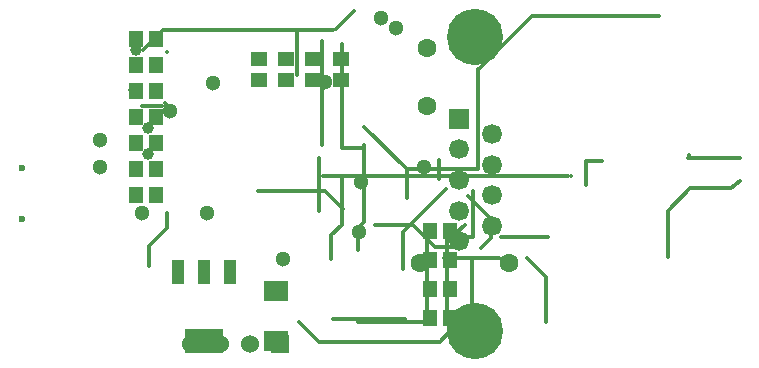
<source format=gbl>
%FSTIX11Y11*%
%MOMM*%
%SFA1B1*%

%IPPOS*%
%ADD11R,1.350010X1.150112*%
%ADD12R,1.150112X1.350010*%
%ADD18C,0.299974*%
%ADD19C,1.599946*%
%ADD20C,0.999998*%
%ADD21C,1.689862*%
%ADD22R,1.689862X1.689862*%
%ADD23C,4.759960*%
%ADD24C,1.524000*%
%ADD25R,1.524000X1.524000*%
%ADD26C,0.599948*%
%ADD27C,1.299972*%
%ADD28R,0.999998X2.150110*%
%ADD29R,3.249930X2.150110*%
%ADD30R,1.999996X1.700022*%
%LNusb_can-1*%
%LPD*%
G54D11*
X599Y462D03*
Y-17D03*
X23Y17D03*
Y-17D03*
X23D03*
Y17D03*
X23Y-17D03*
Y17D03*
G54D12*
X-156Y17D03*
X-17D03*
X17Y-22D03*
X-17D03*
X17Y-22D03*
X-17D03*
X17Y-22D03*
X-17D03*
X17Y-22D03*
X-17D03*
X17Y-22D03*
X-17D03*
X17Y-22D03*
X-17D03*
X249Y-104D03*
X17D03*
X-17Y25D03*
X17D03*
X-17Y24D03*
X17D03*
X-17Y25D03*
X17D03*
G54D18*
X-1Y6D02*
Y0D01*
Y-16D02*
Y16D01*
X-261Y59D02*
X02Y02D01*
X141Y-198D02*
X17Y-17D01*
X102*
X08Y08*
Y09*
X-77Y0D02*
X0Y0D01*
X59*
X-87Y111D02*
X15Y-16D01*
X-5Y16D02*
X34D01*
X-56D02*
X21D01*
X139Y-61D02*
Y25D01*
Y-49D02*
Y24D01*
Y-49D02*
Y25D01*
X-17Y24D02*
Y25D01*
Y-49D02*
Y24D01*
Y-49D02*
Y25D01*
X-18Y-24D02*
D01*
X-61D02*
X61D01*
X104Y7D02*
X17D01*
X-4D02*
X23D01*
X-7D02*
X23D01*
Y39*
X0Y0*
X46Y-57D02*
X16Y-16D01*
Y-38D02*
Y38D01*
X-86Y16D02*
X23D01*
X23*
X-23Y-41D02*
Y41D01*
Y-41D02*
X12Y-12D01*
X-7Y75D02*
X36Y36D01*
X-36Y-67D02*
Y31D01*
X-38Y-15D02*
Y18D01*
X05Y05D02*
Y66D01*
X-05Y-71D02*
X05Y05D01*
X-36Y66D02*
Y22D01*
Y22*
Y22*
Y22*
X17Y-91D02*
X18D01*
X-18Y0D02*
X0Y0D01*
X0Y0D02*
Y22D01*
Y22*
Y22*
Y22*
Y-136D02*
Y22D01*
Y-38D02*
Y15D01*
X-09Y-25D02*
X09Y09D01*
X-09Y-29D02*
Y2D01*
X124Y56D02*
Y85D01*
X0Y-85D02*
X0Y0D01*
X-6Y-24D02*
Y24D01*
X59*
X-59D02*
Y0D01*
X-36Y36D02*
X36Y-36D01*
X239Y12D02*
X0Y0D01*
X-133Y118D02*
X108D01*
X-154Y-46D02*
X46Y46D01*
X115Y-204D02*
Y39D01*
X19Y19*
X35*
X07Y06*
X-44Y2D02*
X44D01*
X-356Y-22D02*
Y22D01*
Y-45D02*
Y22D01*
X14Y132D02*
X15Y15D01*
X-178Y-33D02*
X17Y17D01*
X113Y-38D02*
Y38D01*
X-113D02*
X113D01*
X31*
X201Y-124D02*
X0Y0D01*
X-344Y62D02*
X02Y-02D01*
X-21Y0D02*
X17D01*
X-17Y0D02*
X0Y0D01*
X21Y-104D02*
Y13D01*
X-15Y-28D02*
X15Y15D01*
X-15Y-32D02*
Y16D01*
X15Y165D02*
X0D01*
X132Y-105D02*
X124D01*
X0Y0*
X0*
X84*
X15Y13D02*
X13D01*
X-13Y-2D02*
Y2D01*
X-89Y-74D02*
X08Y09D01*
Y16*
X-19Y19D02*
X19Y-19D01*
X-98Y-05D02*
X32D01*
X19Y-19*
X18*
Y12*
X07Y07*
G54D19*
X-38Y-32D03*
X76D03*
X-7Y182D03*
Y-49D03*
G54D20*
X-246Y47D03*
X1Y-88D03*
X0Y22D03*
G54D21*
X263Y-96D03*
X28Y13D03*
X-28Y13D03*
X28Y13D03*
X-28Y13D03*
X28Y13D03*
X-28Y13D03*
X28Y13D03*
G54D22*
X-28Y13D03*
G54D23*
X14Y69D03*
Y-249D03*
G54D24*
X-216Y-11D03*
X25D03*
X-5D03*
G54D25*
X76D03*
G54D26*
X-219Y106D03*
Y43D03*
G54D27*
X102Y-38D03*
X184Y-16D03*
X-129Y16D03*
X64Y-39D03*
X-155Y78D03*
X96Y71D03*
X-96Y-48D03*
X221Y-36D03*
X54Y13D03*
X-24Y118D03*
X-13Y08D03*
X-47Y-54D03*
X-131Y-25D03*
G54D28*
X06Y-136D03*
X22D03*
X22D03*
G54D29*
X-22Y-58D03*
G54D30*
X61Y42D03*
Y-42D03*
M02*
</source>
